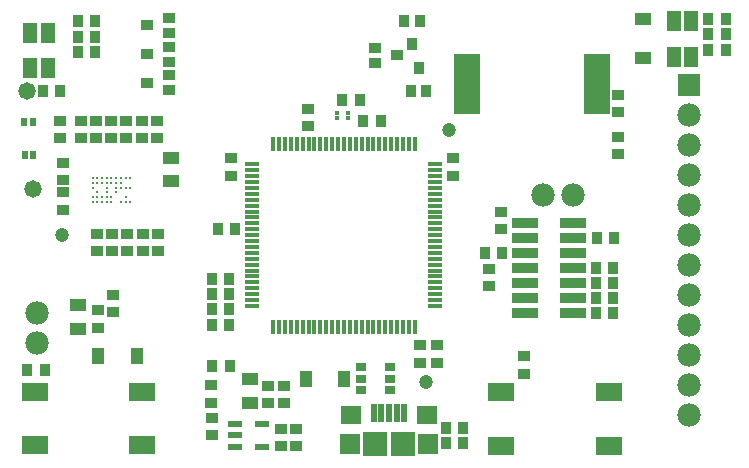
<source format=gts>
G04*
G04 #@! TF.GenerationSoftware,Altium Limited,Altium Designer,18.1.9 (240)*
G04*
G04 Layer_Color=8388736*
%FSLAX24Y24*%
%MOIN*%
G70*
G01*
G75*
%ADD49R,0.0867X0.2049*%
%ADD50R,0.0350X0.0430*%
%ADD51R,0.0430X0.0350*%
%ADD52R,0.0513X0.0671*%
%ADD53R,0.0910X0.0630*%
%ADD54R,0.0434X0.0356*%
%ADD55R,0.0356X0.0434*%
%ADD56R,0.0867X0.0330*%
%ADD57R,0.0560X0.0440*%
%ADD58R,0.0492X0.0138*%
%ADD59R,0.0138X0.0492*%
%ADD60C,0.0177*%
%ADD61R,0.0492X0.0197*%
%ADD62R,0.0440X0.0560*%
%ADD63R,0.0580X0.0395*%
%ADD64R,0.0710X0.0631*%
%ADD65R,0.0237X0.0611*%
%ADD66R,0.0828X0.0828*%
%ADD67R,0.0356X0.0257*%
%ADD68R,0.0197X0.0315*%
%ADD69C,0.0122*%
%ADD70C,0.0474*%
%ADD71C,0.0780*%
%ADD72R,0.0780X0.0780*%
%ADD73R,0.0710X0.0710*%
%ADD74C,0.0580*%
D49*
X15105Y12550D02*
D03*
X19435D02*
D03*
D50*
X10940Y12020D02*
D03*
X11520Y12020D02*
D03*
X23730Y14700D02*
D03*
X23150Y14700D02*
D03*
X23730Y13680D02*
D03*
X23150Y13680D02*
D03*
X23730Y14190D02*
D03*
X23150Y14190D02*
D03*
X2700Y13610D02*
D03*
X2120Y13610D02*
D03*
X2700Y14120D02*
D03*
X2120Y14120D02*
D03*
X2700Y14630D02*
D03*
X2120Y14630D02*
D03*
X440Y3010D02*
D03*
X1020Y3010D02*
D03*
X7180Y4520D02*
D03*
X6600Y4520D02*
D03*
X11650Y11310D02*
D03*
X12230Y11310D02*
D03*
X19980Y5900D02*
D03*
X19400Y5900D02*
D03*
X19970Y5390D02*
D03*
X19390Y5390D02*
D03*
X19980Y4890D02*
D03*
X19400Y4890D02*
D03*
Y6420D02*
D03*
X19980Y6420D02*
D03*
X7180Y5030D02*
D03*
X6600Y5030D02*
D03*
X20000Y7400D02*
D03*
X19420Y7400D02*
D03*
X6800Y7710D02*
D03*
X7380Y7710D02*
D03*
X16280Y6900D02*
D03*
X15700Y6900D02*
D03*
X6590Y5540D02*
D03*
X7170Y5540D02*
D03*
X6600Y6050D02*
D03*
X7180Y6050D02*
D03*
X7190Y3130D02*
D03*
X6610Y3130D02*
D03*
X14390Y570D02*
D03*
X14970Y570D02*
D03*
X14390Y1080D02*
D03*
X14970Y1080D02*
D03*
X1540Y12310D02*
D03*
X960Y12310D02*
D03*
D51*
X1630Y9920D02*
D03*
X1630Y9340D02*
D03*
X1630Y8930D02*
D03*
X1630Y8350D02*
D03*
X2790Y4990D02*
D03*
X2790Y4410D02*
D03*
X4800Y6970D02*
D03*
X4800Y7550D02*
D03*
X3270D02*
D03*
X3270Y6970D02*
D03*
X2730Y11310D02*
D03*
X2730Y10730D02*
D03*
X3750Y11310D02*
D03*
X3750Y10730D02*
D03*
X3240Y11310D02*
D03*
X3240Y10730D02*
D03*
X2220D02*
D03*
X2220Y11310D02*
D03*
X4260Y10740D02*
D03*
X4260Y11320D02*
D03*
X4770Y10740D02*
D03*
X4770Y11320D02*
D03*
X2760Y7550D02*
D03*
X2760Y6970D02*
D03*
X1540Y11310D02*
D03*
X1540Y10730D02*
D03*
X4290Y7550D02*
D03*
X4290Y6970D02*
D03*
X3780Y7550D02*
D03*
X3780Y6970D02*
D03*
X17010Y2880D02*
D03*
X17010Y3460D02*
D03*
X9810Y11140D02*
D03*
X9810Y11720D02*
D03*
X7250Y9479D02*
D03*
X7250Y10059D02*
D03*
X14110Y3830D02*
D03*
X14110Y3250D02*
D03*
X14640Y10060D02*
D03*
X14640Y9480D02*
D03*
X15830Y6380D02*
D03*
X15830Y5800D02*
D03*
X13540Y3250D02*
D03*
X13540Y3830D02*
D03*
X16220Y7700D02*
D03*
Y8280D02*
D03*
X20150Y10770D02*
D03*
X20150Y10190D02*
D03*
X20150Y11590D02*
D03*
X20150Y12170D02*
D03*
X8470Y1900D02*
D03*
X8470Y2480D02*
D03*
X8900Y1050D02*
D03*
X8900Y470D02*
D03*
X6580Y2490D02*
D03*
X6580Y1910D02*
D03*
X8990Y2480D02*
D03*
X8990Y1900D02*
D03*
X9410Y1050D02*
D03*
X9410Y470D02*
D03*
X6590Y1420D02*
D03*
Y840D02*
D03*
X3310Y4940D02*
D03*
Y5520D02*
D03*
D52*
X21995Y14621D02*
D03*
X22585D02*
D03*
X22585Y13439D02*
D03*
X21995Y13439D02*
D03*
X1125Y13069D02*
D03*
X535D02*
D03*
X535Y14251D02*
D03*
X1125D02*
D03*
D53*
X16240Y2255D02*
D03*
X19820D02*
D03*
X16240Y485D02*
D03*
X19820D02*
D03*
X700Y2285D02*
D03*
X4280D02*
D03*
X700Y515D02*
D03*
X4280D02*
D03*
D54*
X12026Y13234D02*
D03*
Y13746D02*
D03*
X12774Y13490D02*
D03*
X5174Y14746D02*
D03*
Y14234D02*
D03*
X4426Y14490D02*
D03*
X5174Y13786D02*
D03*
Y13274D02*
D03*
X4426Y13530D02*
D03*
X5174Y12836D02*
D03*
Y12324D02*
D03*
X4426Y12580D02*
D03*
D55*
X13746Y12316D02*
D03*
X13234D02*
D03*
X13490Y13064D02*
D03*
X13014Y14624D02*
D03*
X13526D02*
D03*
X13270Y13876D02*
D03*
D56*
X17050Y4900D02*
D03*
X18650Y5900D02*
D03*
Y4900D02*
D03*
Y5400D02*
D03*
Y6400D02*
D03*
X17050Y6900D02*
D03*
X18650Y7400D02*
D03*
X17050Y7900D02*
D03*
Y7400D02*
D03*
X18650Y7900D02*
D03*
Y6900D02*
D03*
X17050Y5400D02*
D03*
Y5900D02*
D03*
Y6400D02*
D03*
D57*
X20961Y14689D02*
D03*
Y13399D02*
D03*
D58*
X7949Y5138D02*
D03*
X14051D02*
D03*
Y5335D02*
D03*
Y5531D02*
D03*
Y5728D02*
D03*
Y5925D02*
D03*
Y6122D02*
D03*
Y6319D02*
D03*
Y6516D02*
D03*
Y6713D02*
D03*
Y6909D02*
D03*
Y7106D02*
D03*
Y7303D02*
D03*
Y7500D02*
D03*
Y7697D02*
D03*
Y7894D02*
D03*
Y8091D02*
D03*
Y8287D02*
D03*
Y8484D02*
D03*
Y8681D02*
D03*
Y8878D02*
D03*
Y9075D02*
D03*
Y9272D02*
D03*
Y9469D02*
D03*
Y9665D02*
D03*
Y9862D02*
D03*
X7949Y5335D02*
D03*
Y5531D02*
D03*
Y5728D02*
D03*
Y5925D02*
D03*
Y6122D02*
D03*
Y6319D02*
D03*
Y6516D02*
D03*
Y6713D02*
D03*
Y6909D02*
D03*
Y7106D02*
D03*
Y7303D02*
D03*
Y7500D02*
D03*
Y7697D02*
D03*
Y7894D02*
D03*
Y8091D02*
D03*
Y8287D02*
D03*
Y8484D02*
D03*
Y8681D02*
D03*
Y8878D02*
D03*
Y9075D02*
D03*
Y9272D02*
D03*
Y9469D02*
D03*
Y9665D02*
D03*
Y9862D02*
D03*
D59*
X8638Y4449D02*
D03*
X8835D02*
D03*
X9031D02*
D03*
X9228D02*
D03*
X9425D02*
D03*
X9622D02*
D03*
X9819D02*
D03*
X10016D02*
D03*
X10213D02*
D03*
X10409D02*
D03*
X10606D02*
D03*
X10803D02*
D03*
X11000D02*
D03*
X11197D02*
D03*
X11394D02*
D03*
X11591D02*
D03*
X11787D02*
D03*
X11984D02*
D03*
X12181D02*
D03*
X12378D02*
D03*
X12575D02*
D03*
X12772D02*
D03*
X12968D02*
D03*
X13165D02*
D03*
X8638Y10551D02*
D03*
X8835D02*
D03*
X9031D02*
D03*
X9228D02*
D03*
X9425D02*
D03*
X9622D02*
D03*
X9819D02*
D03*
X10016D02*
D03*
X10213D02*
D03*
X10409D02*
D03*
X10606D02*
D03*
X10803D02*
D03*
X11000D02*
D03*
X11197D02*
D03*
X11394D02*
D03*
X11591D02*
D03*
X11787D02*
D03*
X11984D02*
D03*
X12181D02*
D03*
X12378D02*
D03*
X12575D02*
D03*
X12772D02*
D03*
X12968D02*
D03*
X13165D02*
D03*
X13362Y4449D02*
D03*
Y10551D02*
D03*
D60*
X10753Y11581D02*
D03*
X11147D02*
D03*
Y11419D02*
D03*
X10753D02*
D03*
D61*
X8271Y452D02*
D03*
X7366Y826D02*
D03*
X7366Y1200D02*
D03*
X7366Y452D02*
D03*
X8271Y1200D02*
D03*
D62*
X11011Y2691D02*
D03*
X9721D02*
D03*
X4091Y3461D02*
D03*
X2801D02*
D03*
D63*
X7871Y2708D02*
D03*
X7871Y1920D02*
D03*
X5249Y9297D02*
D03*
X5249Y10085D02*
D03*
X2121Y5168D02*
D03*
X2121Y4380D02*
D03*
D64*
X13760Y1494D02*
D03*
X11240Y1493D02*
D03*
D65*
X11988Y1577D02*
D03*
X12244D02*
D03*
X12500D02*
D03*
X12756D02*
D03*
X13012D02*
D03*
D66*
X12028Y523D02*
D03*
X12972D02*
D03*
D67*
X11578Y3094D02*
D03*
Y2720D02*
D03*
Y2346D02*
D03*
X12522Y3094D02*
D03*
Y2720D02*
D03*
Y2346D02*
D03*
D68*
X628Y11260D02*
D03*
X352D02*
D03*
X638Y10165D02*
D03*
X362D02*
D03*
D69*
X2620Y8606D02*
D03*
Y8764D02*
D03*
Y9079D02*
D03*
Y9236D02*
D03*
Y9394D02*
D03*
X2778Y8606D02*
D03*
Y8764D02*
D03*
Y8921D02*
D03*
Y9236D02*
D03*
X2935Y8606D02*
D03*
Y8764D02*
D03*
Y9236D02*
D03*
X3093Y8606D02*
D03*
Y8764D02*
D03*
Y8921D02*
D03*
Y9079D02*
D03*
Y9236D02*
D03*
X3250Y8606D02*
D03*
Y8764D02*
D03*
Y9236D02*
D03*
X3407Y8921D02*
D03*
Y9079D02*
D03*
Y9236D02*
D03*
X3565Y8606D02*
D03*
Y9079D02*
D03*
Y9236D02*
D03*
X3722Y8606D02*
D03*
Y8764D02*
D03*
Y9079D02*
D03*
X3880Y8606D02*
D03*
Y9079D02*
D03*
X2778Y9394D02*
D03*
X2935D02*
D03*
X3093D02*
D03*
X3250D02*
D03*
X3407D02*
D03*
X3565D02*
D03*
X3722D02*
D03*
X3880D02*
D03*
D70*
X14500Y11000D02*
D03*
X1600Y7500D02*
D03*
X13750Y2600D02*
D03*
D71*
X770Y4920D02*
D03*
Y3920D02*
D03*
X17650Y8830D02*
D03*
X18650D02*
D03*
X22500Y11500D02*
D03*
Y10500D02*
D03*
Y9500D02*
D03*
Y8500D02*
D03*
Y7500D02*
D03*
Y6500D02*
D03*
Y5500D02*
D03*
Y4500D02*
D03*
Y3500D02*
D03*
Y2500D02*
D03*
Y1500D02*
D03*
D72*
Y12500D02*
D03*
D73*
X11201Y523D02*
D03*
X13799D02*
D03*
D74*
X420Y12300D02*
D03*
X640Y9040D02*
D03*
M02*

</source>
